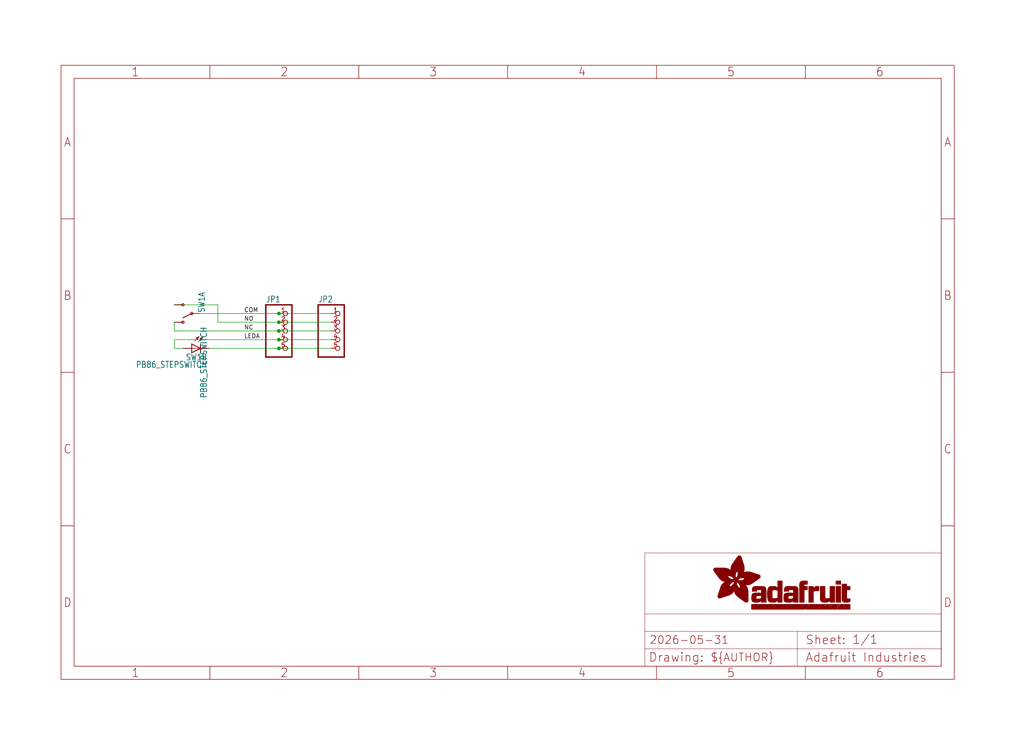
<source format=kicad_sch>
(kicad_sch (version 20230121) (generator eeschema)
  (paper "User" 298.45 217.322)
  (lib_symbols
    (symbol "working-eagle-import:FRAME_A4_ADAFRUIT"
      (symbol "FRAME_A4_ADAFRUIT_1_0"
        (text "${#}/${##}" (at 230.505 10.16 0) (effects (font (size 2.54 2.54)) (justify left bottom)))
        (text "${AUTHOR}" (at 189.23 5.08 0) (effects (font (size 2.286 2.286)) (justify left bottom)))
        (text "${CURRENT_DATE}" (at 171.45 10.16 0) (effects (font (size 2.286 2.286)) (justify left bottom)))
        (text "${PROJECTNAME}" (at 171.45 15.24 0) (effects (font (size 2.54 2.54)) (justify left bottom)))
        (text "1" (at 21.6958 1.905 0) (effects (font (size 2.54 2.286))))
        (text "1" (at 21.6958 177.165 0) (effects (font (size 2.54 2.286))))
        (text "2" (at 65.0875 1.905 0) (effects (font (size 2.54 2.286))))
        (text "2" (at 65.0875 177.165 0) (effects (font (size 2.54 2.286))))
        (text "3" (at 108.4792 1.905 0) (effects (font (size 2.54 2.286))))
        (text "3" (at 108.4792 177.165 0) (effects (font (size 2.54 2.286))))
        (text "4" (at 151.8708 1.905 0) (effects (font (size 2.54 2.286))))
        (text "4" (at 151.8708 177.165 0) (effects (font (size 2.54 2.286))))
        (text "5" (at 195.2625 1.905 0) (effects (font (size 2.54 2.286))))
        (text "5" (at 195.2625 177.165 0) (effects (font (size 2.54 2.286))))
        (text "6" (at 238.6542 1.905 0) (effects (font (size 2.54 2.286))))
        (text "6" (at 238.6542 177.165 0) (effects (font (size 2.54 2.286))))
        (text "A" (at 1.905 156.6863 0) (effects (font (size 2.54 2.286))))
        (text "A" (at 258.445 156.6863 0) (effects (font (size 2.54 2.286))))
        (text "Adafruit Industries" (at 216.916 4.953 0) (effects (font (size 2.54 2.54)) (justify left bottom)))
        (text "B" (at 1.905 111.9188 0) (effects (font (size 2.54 2.286))))
        (text "B" (at 258.445 111.9188 0) (effects (font (size 2.54 2.286))))
        (text "C" (at 1.905 67.1513 0) (effects (font (size 2.54 2.286))))
        (text "C" (at 258.445 67.1513 0) (effects (font (size 2.54 2.286))))
        (text "D" (at 1.905 22.3838 0) (effects (font (size 2.54 2.286))))
        (text "D" (at 258.445 22.3838 0) (effects (font (size 2.54 2.286))))
        (text "Drawing:" (at 171.196 4.953 0) (effects (font (size 2.54 2.54)) (justify left bottom)))
        (text "Sheet:" (at 216.916 10.033 0) (effects (font (size 2.54 2.54)) (justify left bottom)))
      )
    )
    (symbol "working-eagle-import:HEADER-1X5ROUND"
      (property "Reference" "JP" (at -6.35 8.255 0))
      (symbol "HEADER-1X5ROUND_1_0"
        (pin passive inverted (at -2.54 5.08 0) (length 2.54) (name "1") (number "1"))
        (pin passive inverted (at -2.54 2.54 0) (length 2.54) (name "2") (number "2"))
        (pin passive inverted (at -2.54 0 0) (length 2.54) (name "3") (number "3"))
        (pin passive inverted (at -2.54 -2.54 0) (length 2.54) (name "4") (number "4"))
        (pin passive inverted (at -2.54 -5.08 0) (length 2.54) (name "5") (number "5"))
      )
    )
    (symbol "working-eagle-import:PB86_STEPSWITCH"
      (property "Reference" "SW" (at 3.556 -4.572 90))
      (symbol "PB86_STEPSWITCH_1_0"
        (pin passive line (at -5.08 0 0) (length 2.54) (name "P") (number "1A"))
        (pin passive line (at -5.08 0 0) (length 2.54) (name "P") (number "1B"))
        (pin passive line (at 2.54 -2.54 180) (length 2.54) (name "S") (number "2"))
        (pin passive line (at 2.54 2.54 180) (length 2.54) (name "O") (number "3"))
      )
      (symbol "PB86_STEPSWITCH_2_0"
        (pin passive line (at 0 2.54 270) (length 2.54) (name "A") (number "LED+"))
        (pin passive line (at 0 -5.08 90) (length 2.54) (name "C") (number "LED-"))
      )
    )
  )
  (junction (at 81.28 93.98))
  (junction (at 81.28 96.52))
  (junction (at 81.28 99.06))
  (junction (at 81.28 91.44))
  (junction (at 81.28 101.6))
  (wire (pts (xy 81.28 91.44) (xy 96.52 91.44)) (stroke (width 0.1524)))
  (wire (pts (xy 63.5 88.9) (xy 50.8 88.9)) (stroke (width 0.1524)))
  (wire (pts (xy 60.96 101.6) (xy 81.28 101.6)) (stroke (width 0.1524)))
  (wire (pts (xy 81.28 93.98) (xy 63.5 93.98)) (stroke (width 0.1524)))
  (wire (pts (xy 96.52 99.06) (xy 81.28 99.06)) (stroke (width 0.1524)))
  (wire (pts (xy 50.8 96.52) (xy 81.28 96.52)) (stroke (width 0.1524)))
  (wire (pts (xy 81.28 91.44) (xy 58.42 91.44)) (stroke (width 0.1524)))
  (wire (pts (xy 50.8 99.06) (xy 50.8 101.6)) (stroke (width 0.1524)))
  (wire (pts (xy 96.52 93.98) (xy 81.28 93.98)) (stroke (width 0.1524)))
  (wire (pts (xy 63.5 93.98) (xy 63.5 88.9)) (stroke (width 0.1524)))
  (wire (pts (xy 81.28 99.06) (xy 50.8 99.06)) (stroke (width 0.1524)))
  (wire (pts (xy 81.28 101.6) (xy 96.52 101.6)) (stroke (width 0.1524)))
  (wire (pts (xy 50.8 93.98) (xy 50.8 96.52)) (stroke (width 0.1524)))
  (wire (pts (xy 81.28 96.52) (xy 96.52 96.52)) (stroke (width 0.1524)))
  (wire (pts (xy 50.8 101.6) (xy 53.34 101.6)) (stroke (width 0.1524)))
  (label "LEDA" (at 71.12 99.06 0) (effects (font (size 1.2446 1.2446))))
  (label "COM" (at 71.12 91.44 0) (effects (font (size 1.2446 1.2446))))
  (label "NO" (at 71.12 93.98 0) (effects (font (size 1.2446 1.2446))))
  (label "NC" (at 71.12 96.52 0) (effects (font (size 1.2446 1.2446))))
  (symbol (lib_id "working-eagle-import:FRAME_A4_ADAFRUIT") (at 17.78 198.12 0) (unit 1)
    (property "Reference" "#U$28" (effects hide))
    (property "Value" "FRAME_A4_ADAFRUIT" (effects hide))
  )
  (symbol (lib_id "working-eagle-import:HEADER-1X5ROUND") (at 83.82 96.52 0) (unit 1)
    (property "Reference" "JP1" (at 77.47 88.265 0) (effects (font (size 1.778 1.5113)) (justify left bottom)))
    (property "Value" "HEADER-1X5ROUND" (effects hide))
    (property "Footprint" "working:1X05_ROUND" (effects hide))
  )
  (symbol (lib_id "working-eagle-import:PB86_STEPSWITCH") (at 53.34 91.44 180) (unit 1)
    (property "Reference" "SW1" (at 57.785 85.09 90) (effects (font (size 1.778 1.5113)) (justify left bottom)))
    (property "Value" "PB86_STEPSWITCH" (at 58.42 95.25 90) (effects (font (size 1.778 1.5113)) (justify left bottom)))
    (property "Footprint" "working:PB86" (effects hide))
  )
  (symbol (lib_id "working-eagle-import:HEADER-1X5ROUND") (at 99.06 96.52 0) (unit 1)
    (property "Reference" "JP2" (at 92.71 88.265 0) (effects (font (size 1.778 1.5113)) (justify left bottom)))
    (property "Value" "HEADER-1X5ROUND" (effects hide))
    (property "Footprint" "working:1X05_ROUND" (effects hide))
  )
  (symbol (lib_id "working-eagle-import:PB86_STEPSWITCH") (at 55.88 101.6 90) (mirror x) (unit 2)
    (property "Reference" "SW1" (at 60.452 105.156 90) (effects (font (size 1.778 1.5113)) (justify left bottom)))
    (property "Value" "PB86_STEPSWITCH" (at 60.452 107.315 90) (effects (font (size 1.778 1.5113)) (justify left bottom)))
    (property "Footprint" "working:PB86" (effects hide))
  )
)
</source>
